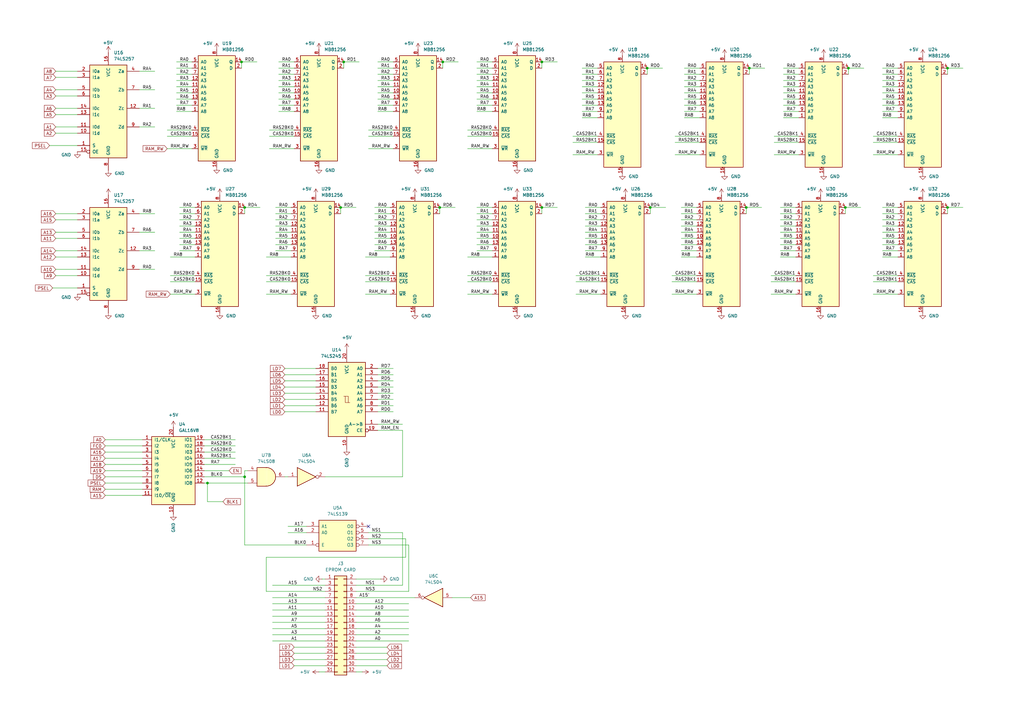
<source format=kicad_sch>
(kicad_sch (version 20250114) (generator "eeschema") (generator_version "9.0")
  (paper "A3")
  (title_block (title "CST Thor  - Clone/Upgrade for Sinclair QL") (date "2025-03-15") (rev "0,1") (company "(C) 2025 Alvaro Alea Fdz") (comment 1 "https://ohwr.org/cern_ohl_s_v2.txt") (comment 2 "CERN Open Hardware Licence Version 2 - Strongly Reciprocal") (comment 3 "Under License") (comment 4 "512Kb EXPASION MEMORY"))
  (junction (at 222.25 25.4))
  (junction (at 306.07 85.09))
  (junction (at 85.09 198.12))
  (junction (at 100.33 195.58))
  (junction (at 181.61 25.4))
  (junction (at 99.06 25.4))
  (junction (at 266.7 85.09))
  (junction (at 346.71 85.09))
  (junction (at 100.33 85.09))
  (junction (at 388.62 85.09))
  (junction (at 347.98 27.94))
  (junction (at 307.34 27.94))
  (junction (at 388.62 27.94))
  (junction (at 180.34 85.09))
  (junction (at 222.25 85.09))
  (junction (at 265.43 27.94))
  (junction (at 139.7 85.09))
  (junction (at 140.97 25.4))
  (no_connect (at 151.13 215.9))
  (wire (pts (xy 43.18 193.04) (xy 58.42 193.04)))
  (wire (pts (xy 146.05 275.59) (xy 148.59 275.59)))
  (wire (pts (xy 69.85 113.03) (xy 80.01 113.03)))
  (wire (pts (xy 276.86 55.88) (xy 287.02 55.88)))
  (wire (pts (xy 140.97 25.4) (xy 140.97 27.94)))
  (wire (pts (xy 234.95 58.42) (xy 245.11 58.42)))
  (wire (pts (xy 320.04 102.87) (xy 326.39 102.87)))
  (wire (pts (xy 346.71 85.09) (xy 353.06 85.09)))
  (wire (pts (xy 358.14 120.65) (xy 368.3 120.65)))
  (wire (pts (xy 317.5 63.5) (xy 327.66 63.5)))
  (wire (pts (xy 361.95 90.17) (xy 368.3 90.17)))
  (wire (pts (xy 113.03 90.17) (xy 119.38 90.17)))
  (wire (pts (xy 85.09 198.12) (xy 101.6 198.12)))
  (wire (pts (xy 129.54 158.75) (xy 116.84 158.75)))
  (wire (pts (xy 149.86 120.65) (xy 160.02 120.65)))
  (wire (pts (xy 68.58 60.96) (xy 78.74 60.96)))
  (wire (pts (xy 238.76 30.48) (xy 245.11 30.48)))
  (wire (pts (xy 69.85 115.57) (xy 80.01 115.57)))
  (wire (pts (xy 83.82 180.34) (xy 96.52 180.34)))
  (wire (pts (xy 83.82 182.88) (xy 96.52 182.88)))
  (wire (pts (xy 361.95 33.02) (xy 368.3 33.02)))
  (wire (pts (xy 191.77 113.03) (xy 201.93 113.03)))
  (wire (pts (xy 20.32 59.69) (xy 31.75 59.69)))
  (wire (pts (xy 316.23 115.57) (xy 326.39 115.57)))
  (wire (pts (xy 133.35 275.59) (xy 130.81 275.59)))
  (wire (pts (xy 358.14 58.42) (xy 368.3 58.42)))
  (wire (pts (xy 167.64 262.89) (xy 146.05 262.89)))
  (wire (pts (xy 72.39 33.02) (xy 78.74 33.02)))
  (wire (pts (xy 57.15 102.87) (xy 63.5 102.87)))
  (wire (pts (xy 195.58 30.48) (xy 201.93 30.48)))
  (wire (pts (xy 266.7 85.09) (xy 273.05 85.09)))
  (wire (pts (xy 72.39 40.64) (xy 78.74 40.64)))
  (wire (pts (xy 149.86 115.57) (xy 160.02 115.57)))
  (wire (pts (xy 191.77 105.41) (xy 201.93 105.41)))
  (wire (pts (xy 31.75 118.11) (xy 21.59 118.11)))
  (wire (pts (xy 280.67 33.02) (xy 287.02 33.02)))
  (wire (pts (xy 222.25 85.09) (xy 222.25 87.63)))
  (wire (pts (xy 347.98 27.94) (xy 354.33 27.94)))
  (wire (pts (xy 133.35 247.65) (xy 111.76 247.65)))
  (wire (pts (xy 280.67 38.1) (xy 287.02 38.1)))
  (wire (pts (xy 321.31 30.48) (xy 327.66 30.48)))
  (wire (pts (xy 22.86 39.37) (xy 31.75 39.37)))
  (wire (pts (xy 279.4 92.71) (xy 285.75 92.71)))
  (wire (pts (xy 22.86 95.25) (xy 31.75 95.25)))
  (wire (pts (xy 165.1 176.53) (xy 165.1 195.58)))
  (wire (pts (xy 361.95 35.56) (xy 368.3 35.56)))
  (wire (pts (xy 306.07 85.09) (xy 306.07 87.63)))
  (wire (pts (xy 22.86 52.07) (xy 31.75 52.07)))
  (wire (pts (xy 320.04 100.33) (xy 326.39 100.33)))
  (wire (pts (xy 234.95 63.5) (xy 245.11 63.5)))
  (wire (pts (xy 22.86 44.45) (xy 31.75 44.45)))
  (wire (pts (xy 153.67 102.87) (xy 160.02 102.87)))
  (wire (pts (xy 114.3 30.48) (xy 120.65 30.48)))
  (wire (pts (xy 154.94 166.37) (xy 161.29 166.37)))
  (wire (pts (xy 193.04 245.11) (xy 185.42 245.11)))
  (wire (pts (xy 154.94 43.18) (xy 161.29 43.18)))
  (wire (pts (xy 191.77 53.34) (xy 201.93 53.34)))
  (wire (pts (xy 158.75 273.05) (xy 146.05 273.05)))
  (wire (pts (xy 320.04 87.63) (xy 326.39 87.63)))
  (wire (pts (xy 57.15 87.63) (xy 63.5 87.63)))
  (wire (pts (xy 154.94 158.75) (xy 161.29 158.75)))
  (wire (pts (xy 100.33 223.52) (xy 125.73 223.52)))
  (wire (pts (xy 317.5 55.88) (xy 327.66 55.88)))
  (wire (pts (xy 114.3 40.64) (xy 120.65 40.64)))
  (wire (pts (xy 73.66 102.87) (xy 80.01 102.87)))
  (wire (pts (xy 43.18 180.34) (xy 58.42 180.34)))
  (wire (pts (xy 100.33 193.04) (xy 101.6 193.04)))
  (wire (pts (xy 358.14 113.03) (xy 368.3 113.03)))
  (wire (pts (xy 72.39 45.72) (xy 78.74 45.72)))
  (wire (pts (xy 361.95 92.71) (xy 368.3 92.71)))
  (wire (pts (xy 43.18 190.5) (xy 58.42 190.5)))
  (wire (pts (xy 151.13 55.88) (xy 161.29 55.88)))
  (wire (pts (xy 265.43 27.94) (xy 265.43 30.48)))
  (wire (pts (xy 320.04 95.25) (xy 326.39 95.25)))
  (wire (pts (xy 151.13 218.44) (xy 165.1 218.44)))
  (wire (pts (xy 361.95 48.26) (xy 368.3 48.26)))
  (wire (pts (xy 240.03 87.63) (xy 246.38 87.63)))
  (wire (pts (xy 238.76 43.18) (xy 245.11 43.18)))
  (wire (pts (xy 321.31 38.1) (xy 327.66 38.1)))
  (wire (pts (xy 129.54 156.21) (xy 116.84 156.21)))
  (wire (pts (xy 317.5 58.42) (xy 327.66 58.42)))
  (wire (pts (xy 181.61 25.4) (xy 187.96 25.4)))
  (wire (pts (xy 110.49 60.96) (xy 120.65 60.96)))
  (wire (pts (xy 158.75 270.51) (xy 146.05 270.51)))
  (wire (pts (xy 280.67 48.26) (xy 287.02 48.26)))
  (wire (pts (xy 57.15 29.21) (xy 63.5 29.21)))
  (wire (pts (xy 321.31 43.18) (xy 327.66 43.18)))
  (wire (pts (xy 167.64 257.81) (xy 146.05 257.81)))
  (wire (pts (xy 146.05 245.11) (xy 170.18 245.11)))
  (wire (pts (xy 361.95 105.41) (xy 368.3 105.41)))
  (wire (pts (xy 280.67 27.94) (xy 287.02 27.94)))
  (wire (pts (xy 236.22 115.57) (xy 246.38 115.57)))
  (wire (pts (xy 100.33 85.09) (xy 106.68 85.09)))
  (wire (pts (xy 321.31 48.26) (xy 327.66 48.26)))
  (wire (pts (xy 139.7 85.09) (xy 139.7 87.63)))
  (wire (pts (xy 129.54 163.83) (xy 116.84 163.83)))
  (wire (pts (xy 146.05 242.57) (xy 167.64 242.57)))
  (wire (pts (xy 321.31 45.72) (xy 327.66 45.72)))
  (wire (pts (xy 280.67 30.48) (xy 287.02 30.48)))
  (wire (pts (xy 276.86 58.42) (xy 287.02 58.42)))
  (wire (pts (xy 73.66 100.33) (xy 80.01 100.33)))
  (wire (pts (xy 279.4 102.87) (xy 285.75 102.87)))
  (wire (pts (xy 72.39 38.1) (xy 78.74 38.1)))
  (wire (pts (xy 275.59 115.57) (xy 285.75 115.57)))
  (wire (pts (xy 72.39 43.18) (xy 78.74 43.18)))
  (wire (pts (xy 133.35 273.05) (xy 120.65 273.05)))
  (wire (pts (xy 236.22 120.65) (xy 246.38 120.65)))
  (wire (pts (xy 240.03 90.17) (xy 246.38 90.17)))
  (wire (pts (xy 22.86 36.83) (xy 31.75 36.83)))
  (wire (pts (xy 22.86 105.41) (xy 31.75 105.41)))
  (wire (pts (xy 240.03 97.79) (xy 246.38 97.79)))
  (wire (pts (xy 154.94 151.13) (xy 161.29 151.13)))
  (wire (pts (xy 58.42 198.12) (xy 43.18 198.12)))
  (wire (pts (xy 43.18 182.88) (xy 58.42 182.88)))
  (wire (pts (xy 347.98 27.94) (xy 347.98 30.48)))
  (wire (pts (xy 154.94 25.4) (xy 161.29 25.4)))
  (wire (pts (xy 109.22 120.65) (xy 119.38 120.65)))
  (wire (pts (xy 113.03 92.71) (xy 119.38 92.71)))
  (wire (pts (xy 114.3 33.02) (xy 120.65 33.02)))
  (wire (pts (xy 68.58 55.88) (xy 78.74 55.88)))
  (wire (pts (xy 307.34 27.94) (xy 307.34 30.48)))
  (wire (pts (xy 195.58 90.17) (xy 201.93 90.17)))
  (wire (pts (xy 388.62 85.09) (xy 394.97 85.09)))
  (wire (pts (xy 158.75 267.97) (xy 146.05 267.97)))
  (wire (pts (xy 72.39 27.94) (xy 78.74 27.94)))
  (wire (pts (xy 279.4 100.33) (xy 285.75 100.33)))
  (wire (pts (xy 154.94 33.02) (xy 161.29 33.02)))
  (wire (pts (xy 72.39 30.48) (xy 78.74 30.48)))
  (wire (pts (xy 236.22 113.03) (xy 246.38 113.03)))
  (wire (pts (xy 133.35 270.51) (xy 120.65 270.51)))
  (wire (pts (xy 114.3 25.4) (xy 120.65 25.4)))
  (wire (pts (xy 151.13 220.98) (xy 166.37 220.98)))
  (wire (pts (xy 361.95 40.64) (xy 368.3 40.64)))
  (wire (pts (xy 275.59 120.65) (xy 285.75 120.65)))
  (wire (pts (xy 57.15 110.49) (xy 63.5 110.49)))
  (wire (pts (xy 140.97 25.4) (xy 147.32 25.4)))
  (wire (pts (xy 149.86 113.03) (xy 160.02 113.03)))
  (wire (pts (xy 191.77 120.65) (xy 201.93 120.65)))
  (wire (pts (xy 195.58 85.09) (xy 201.93 85.09)))
  (wire (pts (xy 320.04 85.09) (xy 326.39 85.09)))
  (wire (pts (xy 22.86 87.63) (xy 31.75 87.63)))
  (wire (pts (xy 69.85 120.65) (xy 80.01 120.65)))
  (wire (pts (xy 358.14 55.88) (xy 368.3 55.88)))
  (wire (pts (xy 100.33 195.58) (xy 100.33 223.52)))
  (wire (pts (xy 165.1 218.44) (xy 165.1 240.03)))
  (wire (pts (xy 265.43 27.94) (xy 271.78 27.94)))
  (wire (pts (xy 22.86 90.17) (xy 31.75 90.17)))
  (wire (pts (xy 167.64 223.52) (xy 167.64 242.57)))
  (wire (pts (xy 133.35 262.89) (xy 111.76 262.89)))
  (wire (pts (xy 113.03 87.63) (xy 119.38 87.63)))
  (wire (pts (xy 57.15 36.83) (xy 63.5 36.83)))
  (wire (pts (xy 149.86 105.41) (xy 160.02 105.41)))
  (wire (pts (xy 132.08 237.49) (xy 133.35 237.49)))
  (wire (pts (xy 109.22 113.03) (xy 119.38 113.03)))
  (wire (pts (xy 316.23 113.03) (xy 326.39 113.03)))
  (wire (pts (xy 118.11 215.9) (xy 125.73 215.9)))
  (wire (pts (xy 238.76 38.1) (xy 245.11 38.1)))
  (wire (pts (xy 83.82 185.42) (xy 96.52 185.42)))
  (wire (pts (xy 388.62 85.09) (xy 388.62 87.63)))
  (wire (pts (xy 114.3 45.72) (xy 120.65 45.72)))
  (wire (pts (xy 320.04 90.17) (xy 326.39 90.17)))
  (wire (pts (xy 109.22 242.57) (xy 109.22 228.6)))
  (wire (pts (xy 195.58 25.4) (xy 201.93 25.4)))
  (wire (pts (xy 129.54 151.13) (xy 116.84 151.13)))
  (wire (pts (xy 133.35 195.58) (xy 165.1 195.58)))
  (wire (pts (xy 195.58 43.18) (xy 201.93 43.18)))
  (wire (pts (xy 73.66 97.79) (xy 80.01 97.79)))
  (wire (pts (xy 180.34 85.09) (xy 186.69 85.09)))
  (wire (pts (xy 69.85 105.41) (xy 80.01 105.41)))
  (wire (pts (xy 195.58 87.63) (xy 201.93 87.63)))
  (wire (pts (xy 361.95 102.87) (xy 368.3 102.87)))
  (wire (pts (xy 83.82 187.96) (xy 96.52 187.96)))
  (wire (pts (xy 361.95 38.1) (xy 368.3 38.1)))
  (wire (pts (xy 57.15 52.07) (xy 63.5 52.07)))
  (wire (pts (xy 22.86 54.61) (xy 31.75 54.61)))
  (wire (pts (xy 43.18 203.2) (xy 58.42 203.2)))
  (wire (pts (xy 279.4 95.25) (xy 285.75 95.25)))
  (wire (pts (xy 133.35 267.97) (xy 120.65 267.97)))
  (wire (pts (xy 153.67 97.79) (xy 160.02 97.79)))
  (wire (pts (xy 151.13 223.52) (xy 167.64 223.52)))
  (wire (pts (xy 158.75 265.43) (xy 146.05 265.43)))
  (wire (pts (xy 320.04 105.41) (xy 326.39 105.41)))
  (wire (pts (xy 316.23 120.65) (xy 326.39 120.65)))
  (wire (pts (xy 156.21 237.49) (xy 146.05 237.49)))
  (wire (pts (xy 320.04 97.79) (xy 326.39 97.79)))
  (wire (pts (xy 238.76 33.02) (xy 245.11 33.02)))
  (wire (pts (xy 73.66 87.63) (xy 80.01 87.63)))
  (wire (pts (xy 83.82 198.12) (xy 85.09 198.12)))
  (wire (pts (xy 195.58 102.87) (xy 201.93 102.87)))
  (wire (pts (xy 154.94 161.29) (xy 161.29 161.29)))
  (wire (pts (xy 154.94 40.64) (xy 161.29 40.64)))
  (wire (pts (xy 153.67 100.33) (xy 160.02 100.33)))
  (wire (pts (xy 43.18 200.66) (xy 58.42 200.66)))
  (wire (pts (xy 154.94 176.53) (xy 165.1 176.53)))
  (wire (pts (xy 118.11 195.58) (xy 116.84 195.58)))
  (wire (pts (xy 100.33 195.58) (xy 100.33 193.04)))
  (wire (pts (xy 280.67 43.18) (xy 287.02 43.18)))
  (wire (pts (xy 85.09 205.74) (xy 91.44 205.74)))
  (wire (pts (xy 361.95 45.72) (xy 368.3 45.72)))
  (wire (pts (xy 114.3 35.56) (xy 120.65 35.56)))
  (wire (pts (xy 85.09 198.12) (xy 85.09 205.74)))
  (wire (pts (xy 113.03 95.25) (xy 119.38 95.25)))
  (wire (pts (xy 321.31 40.64) (xy 327.66 40.64)))
  (wire (pts (xy 195.58 35.56) (xy 201.93 35.56)))
  (wire (pts (xy 280.67 35.56) (xy 287.02 35.56)))
  (wire (pts (xy 133.35 255.27) (xy 111.76 255.27)))
  (wire (pts (xy 275.59 113.03) (xy 285.75 113.03)))
  (wire (pts (xy 320.04 92.71) (xy 326.39 92.71)))
  (wire (pts (xy 346.71 85.09) (xy 346.71 87.63)))
  (wire (pts (xy 109.22 115.57) (xy 119.38 115.57)))
  (wire (pts (xy 73.66 92.71) (xy 80.01 92.71)))
  (wire (pts (xy 139.7 85.09) (xy 146.05 85.09)))
  (wire (pts (xy 22.86 102.87) (xy 31.75 102.87)))
  (wire (pts (xy 191.77 55.88) (xy 201.93 55.88)))
  (wire (pts (xy 72.39 35.56) (xy 78.74 35.56)))
  (wire (pts (xy 153.67 87.63) (xy 160.02 87.63)))
  (wire (pts (xy 358.14 63.5) (xy 368.3 63.5)))
  (wire (pts (xy 276.86 63.5) (xy 287.02 63.5)))
  (wire (pts (xy 238.76 35.56) (xy 245.11 35.56)))
  (wire (pts (xy 111.76 240.03) (xy 133.35 240.03)))
  (wire (pts (xy 195.58 100.33) (xy 201.93 100.33)))
  (wire (pts (xy 146.05 252.73) (xy 167.64 252.73)))
  (wire (pts (xy 154.94 27.94) (xy 161.29 27.94)))
  (wire (pts (xy 195.58 40.64) (xy 201.93 40.64)))
  (wire (pts (xy 43.18 187.96) (xy 58.42 187.96)))
  (wire (pts (xy 238.76 40.64) (xy 245.11 40.64)))
  (wire (pts (xy 114.3 38.1) (xy 120.65 38.1)))
  (wire (pts (xy 129.54 168.91) (xy 116.84 168.91)))
  (wire (pts (xy 240.03 100.33) (xy 246.38 100.33)))
  (wire (pts (xy 146.05 240.03) (xy 165.1 240.03)))
  (wire (pts (xy 191.77 60.96) (xy 201.93 60.96)))
  (wire (pts (xy 153.67 85.09) (xy 160.02 85.09)))
  (wire (pts (xy 83.82 190.5) (xy 96.52 190.5)))
  (wire (pts (xy 240.03 102.87) (xy 246.38 102.87)))
  (wire (pts (xy 151.13 53.34) (xy 161.29 53.34)))
  (wire (pts (xy 146.05 247.65) (xy 167.64 247.65)))
  (wire (pts (xy 22.86 97.79) (xy 31.75 97.79)))
  (wire (pts (xy 195.58 33.02) (xy 201.93 33.02)))
  (wire (pts (xy 361.95 95.25) (xy 368.3 95.25)))
  (wire (pts (xy 279.4 90.17) (xy 285.75 90.17)))
  (wire (pts (xy 280.67 40.64) (xy 287.02 40.64)))
  (wire (pts (xy 280.67 45.72) (xy 287.02 45.72)))
  (wire (pts (xy 361.95 43.18) (xy 368.3 43.18)))
  (wire (pts (xy 118.11 218.44) (xy 125.73 218.44)))
  (wire (pts (xy 114.3 43.18) (xy 120.65 43.18)))
  (wire (pts (xy 57.15 95.25) (xy 63.5 95.25)))
  (wire (pts (xy 111.76 252.73) (xy 133.35 252.73)))
  (wire (pts (xy 279.4 97.79) (xy 285.75 97.79)))
  (wire (pts (xy 73.66 85.09) (xy 80.01 85.09)))
  (wire (pts (xy 238.76 27.94) (xy 245.11 27.94)))
  (wire (pts (xy 22.86 31.75) (xy 31.75 31.75)))
  (wire (pts (xy 321.31 27.94) (xy 327.66 27.94)))
  (wire (pts (xy 361.95 27.94) (xy 368.3 27.94)))
  (wire (pts (xy 22.86 110.49) (xy 31.75 110.49)))
  (wire (pts (xy 166.37 228.6) (xy 166.37 220.98)))
  (wire (pts (xy 361.95 87.63) (xy 368.3 87.63)))
  (wire (pts (xy 154.94 173.99) (xy 165.1 173.99)))
  (wire (pts (xy 240.03 105.41) (xy 246.38 105.41)))
  (wire (pts (xy 154.94 168.91) (xy 161.29 168.91)))
  (wire (pts (xy 109.22 242.57) (xy 133.35 242.57)))
  (wire (pts (xy 154.94 163.83) (xy 161.29 163.83)))
  (wire (pts (xy 306.07 85.09) (xy 312.42 85.09)))
  (wire (pts (xy 195.58 38.1) (xy 201.93 38.1)))
  (wire (pts (xy 181.61 25.4) (xy 181.61 27.94)))
  (wire (pts (xy 195.58 45.72) (xy 201.93 45.72)))
  (wire (pts (xy 167.64 260.35) (xy 146.05 260.35)))
  (wire (pts (xy 266.7 85.09) (xy 266.7 87.63)))
  (wire (pts (xy 43.18 195.58) (xy 58.42 195.58)))
  (wire (pts (xy 73.66 90.17) (xy 80.01 90.17)))
  (wire (pts (xy 113.03 102.87) (xy 119.38 102.87)))
  (wire (pts (xy 109.22 105.41) (xy 119.38 105.41)))
  (wire (pts (xy 129.54 153.67) (xy 116.84 153.67)))
  (wire (pts (xy 151.13 60.96) (xy 161.29 60.96)))
  (wire (pts (xy 240.03 95.25) (xy 246.38 95.25)))
  (wire (pts (xy 57.15 44.45) (xy 63.5 44.45)))
  (wire (pts (xy 361.95 100.33) (xy 368.3 100.33)))
  (wire (pts (xy 154.94 38.1) (xy 161.29 38.1)))
  (wire (pts (xy 154.94 35.56) (xy 161.29 35.56)))
  (wire (pts (xy 83.82 195.58) (xy 100.33 195.58)))
  (wire (pts (xy 146.05 255.27) (xy 167.64 255.27)))
  (wire (pts (xy 195.58 97.79) (xy 201.93 97.79)))
  (wire (pts (xy 234.95 55.88) (xy 245.11 55.88)))
  (wire (pts (xy 222.25 25.4) (xy 222.25 27.94)))
  (wire (pts (xy 99.06 25.4) (xy 105.41 25.4)))
  (wire (pts (xy 222.25 25.4) (xy 228.6 25.4)))
  (wire (pts (xy 113.03 85.09) (xy 119.38 85.09)))
  (wire (pts (xy 279.4 87.63) (xy 285.75 87.63)))
  (wire (pts (xy 113.03 100.33) (xy 119.38 100.33)))
  (wire (pts (xy 238.76 45.72) (xy 245.11 45.72)))
  (wire (pts (xy 240.03 85.09) (xy 246.38 85.09)))
  (wire (pts (xy 154.94 156.21) (xy 161.29 156.21)))
  (wire (pts (xy 129.54 166.37) (xy 116.84 166.37)))
  (wire (pts (xy 388.62 27.94) (xy 394.97 27.94)))
  (wire (pts (xy 180.34 85.09) (xy 180.34 87.63)))
  (wire (pts (xy 307.34 27.94) (xy 313.69 27.94)))
  (wire (pts (xy 358.14 115.57) (xy 368.3 115.57)))
  (wire (pts (xy 153.67 92.71) (xy 160.02 92.71)))
  (wire (pts (xy 195.58 92.71) (xy 201.93 92.71)))
  (wire (pts (xy 129.54 161.29) (xy 116.84 161.29)))
  (wire (pts (xy 361.95 97.79) (xy 368.3 97.79)))
  (wire (pts (xy 113.03 97.79) (xy 119.38 97.79)))
  (wire (pts (xy 43.18 185.42) (xy 58.42 185.42)))
  (wire (pts (xy 154.94 153.67) (xy 161.29 153.67)))
  (wire (pts (xy 133.35 260.35) (xy 111.76 260.35)))
  (wire (pts (xy 321.31 33.02) (xy 327.66 33.02)))
  (wire (pts (xy 72.39 25.4) (xy 78.74 25.4)))
  (wire (pts (xy 22.86 46.99) (xy 31.75 46.99)))
  (wire (pts (xy 83.82 193.04) (xy 93.98 193.04)))
  (wire (pts (xy 133.35 257.81) (xy 111.76 257.81)))
  (wire (pts (xy 22.86 113.03) (xy 31.75 113.03)))
  (wire (pts (xy 279.4 85.09) (xy 285.75 85.09)))
  (wire (pts (xy 100.33 85.09) (xy 100.33 87.63)))
  (wire (pts (xy 153.67 95.25) (xy 160.02 95.25)))
  (wire (pts (xy 154.94 45.72) (xy 161.29 45.72)))
  (wire (pts (xy 279.4 105.41) (xy 285.75 105.41)))
  (wire (pts (xy 238.76 48.26) (xy 245.11 48.26)))
  (wire (pts (xy 222.25 85.09) (xy 228.6 85.09)))
  (wire (pts (xy 240.03 92.71) (xy 246.38 92.71)))
  (wire (pts (xy 321.31 35.56) (xy 327.66 35.56)))
  (wire (pts (xy 361.95 30.48) (xy 368.3 30.48)))
  (wire (pts (xy 195.58 95.25) (xy 201.93 95.25)))
  (wire (pts (xy 111.76 245.11) (xy 133.35 245.11)))
  (wire (pts (xy 110.49 53.34) (xy 120.65 53.34)))
  (wire (pts (xy 133.35 265.43) (xy 120.65 265.43)))
  (wire (pts (xy 388.62 27.94) (xy 388.62 30.48)))
  (wire (pts (xy 22.86 29.21) (xy 31.75 29.21)))
  (wire (pts (xy 68.58 53.34) (xy 78.74 53.34)))
  (wire (pts (xy 110.49 55.88) (xy 120.65 55.88)))
  (wire (pts (xy 109.22 228.6) (xy 166.37 228.6)))
  (wire (pts (xy 146.05 250.19) (xy 167.64 250.19)))
  (wire (pts (xy 191.77 115.57) (xy 201.93 115.57)))
  (wire (pts (xy 99.06 25.4) (xy 99.06 27.94)))
  (wire (pts (xy 73.66 95.25) (xy 80.01 95.25)))
  (wire (pts (xy 154.94 30.48) (xy 161.29 30.48)))
  (wire (pts (xy 111.76 250.19) (xy 133.35 250.19)))
  (wire (pts (xy 361.95 85.09) (xy 368.3 85.09)))
  (wire (pts (xy 153.67 90.17) (xy 160.02 90.17)))
  (wire (pts (xy 195.58 27.94) (xy 201.93 27.94)))
  (wire (pts (xy 114.3 27.94) (xy 120.65 27.94)))
  (label "RD0" (at 100.33 25.4 0))
  (label "RAS2BK1" (at 276.86 115.57 0))
  (label "NS1" (at 152.4 218.44 0))
  (label "RA5" (at 241.3 97.79 0))
  (label "RAM_RW" (at 317.5 120.65 0))
  (label "A15" (at 121.92 240.03 180))
  (label "RA1" (at 115.57 27.94 0))
  (label "RA1" (at 73.66 27.94 0))
  (label "CAS2BK0" (at 152.4 55.88 0))
  (label "RA6" (at 114.3 100.33 0))
  (label "RA8" (at 361.95 48.26 0))
  (label "RAS2BK0" (at 111.76 53.34 0))
  (label "CAS2BK1" (at 318.77 55.88 0))
  (label "CAS2BK0" (at 86.36 185.42 0))
  (label "RA2" (at 363.22 33.02 0))
  (label "RA0" (at 196.85 85.09 0))
  (label "RD4" (at 101.6 85.09 0))
  (label "RD1" (at 142.24 25.4 0))
  (label "RA7" (at 321.31 102.87 0))
  (label "RA3" (at 240.03 35.56 0))
  (label "RAS2BK1" (at 318.77 58.42 0))
  (label "RA5" (at 280.67 97.79 0))
  (label "CAS2BK1" (at 86.36 180.34 0))
  (label "RA2" (at 114.3 90.17 0))
  (label "RA5" (at 321.31 97.79 0))
  (label "RA4" (at 196.85 35.56 0))
  (label "RA5" (at 196.85 97.79 0))
  (label "RA7" (at 73.66 43.18 0))
  (label "RA8" (at 115.57 45.72 0))
  (label "RD7" (at 389.89 85.09 0))
  (label "RA8" (at 280.67 48.26 0))
  (label "RA0" (at 241.3 85.09 0))
  (label "RA8" (at 71.12 105.41 0))
  (label "CAS2BK1" (at 359.41 113.03 0))
  (label "RD3" (at 389.89 27.94 0))
  (label "RA2" (at 241.3 90.17 0))
  (label "RA1" (at 322.58 30.48 0))
  (label "RA1" (at 74.93 87.63 0))
  (label "A15'" (at 147.32 245.11 0))
  (label "RA1" (at 58.42 44.45 0))
  (label "RA2" (at 322.58 33.02 0))
  (label "RAM_RW" (at 237.49 120.65 0))
  (label "RA0" (at 154.94 85.09 0))
  (label "RAS2BK0" (at 193.04 53.34 0))
  (label "RA2" (at 196.85 30.48 0))
  (label "RA6" (at 240.03 43.18 0))
  (label "RA1" (at 241.3 87.63 0))
  (label "RAS2BK1" (at 86.36 187.96 0))
  (label "A12" (at 153.67 247.65 0))
  (label "NS2" (at 152.4 220.98 0))
  (label "A6" (at 153.67 255.27 0))
  (label "RAS2BK1" (at 359.41 58.42 0))
  (label "RA7" (at 322.58 45.72 0))
  (label "RA0" (at 74.93 85.09 0))
  (label "RA7" (at 86.36 190.5 0))
  (label "RA3" (at 154.94 92.71 0))
  (label "RAS2BK1" (at 237.49 115.57 0))
  (label "RAM_RW" (at 193.04 120.65 0))
  (label "RA2" (at 156.21 30.48 0))
  (label "RAM_RW" (at 71.12 120.65 0))
  (label "RAS2BK1" (at 236.22 58.42 0))
  (label "CAS2BK1" (at 317.5 113.03 0))
  (label "RA3" (at 196.85 92.71 0))
  (label "A3" (at 121.92 260.35 180))
  (label "RA5" (at 74.93 97.79 0))
  (label "CAS2BK0" (at 69.85 55.88 0))
  (label "RA1" (at 363.22 30.48 0))
  (label "CAS2BK0" (at 193.04 115.57 0))
  (label "RA5" (at 114.3 97.79 0))
  (label "RA5" (at 322.58 40.64 0))
  (label "RA4" (at 115.57 35.56 0))
  (label "RA3" (at 156.21 33.02 0))
  (label "RA0" (at 196.85 25.4 0))
  (label "RA5" (at 240.03 40.64 0))
  (label "RA7" (at 241.3 102.87 0))
  (label "RA2" (at 240.03 33.02 0))
  (label "RA4" (at 154.94 95.25 0))
  (label "RA8" (at 321.31 48.26 0))
  (label "RA0" (at 321.31 85.09 0))
  (label "RA8" (at 154.94 45.72 0))
  (label "RA3" (at 73.66 33.02 0))
  (label "RA0" (at 280.67 85.09 0))
  (label "RA4" (at 196.85 95.25 0))
  (label "RA1" (at 281.94 30.48 0))
  (label "RA5" (at 281.94 40.64 0))
  (label "A8" (at 153.67 252.73 0))
  (label "A13" (at 121.92 247.65 180))
  (label "RA7" (at 281.94 45.72 0))
  (label "RA6" (at 74.93 100.33 0))
  (label "RA8" (at 240.03 105.41 0))
  (label "RA6" (at 241.3 100.33 0))
  (label "RA3" (at 196.85 33.02 0))
  (label "NS3" (at 149.86 242.57 0))
  (label "RA6" (at 363.22 100.33 0))
  (label "RAS2BK1" (at 278.13 58.42 0))
  (label "RD2" (at 156.21 163.83 0))
  (label "RAS2BK0" (at 71.12 113.03 0))
  (label "RA4" (at 281.94 38.1 0))
  (label "RA6" (at 363.22 43.18 0))
  (label "RA1" (at 156.21 27.94 0))
  (label "RA0" (at 114.3 85.09 0))
  (label "RD2" (at 182.88 25.4 0))
  (label "RA0" (at 363.22 27.94 0))
  (label "RA2" (at 363.22 90.17 0))
  (label "RD6" (at 181.61 85.09 0))
  (label "RAS2BK0" (at 152.4 53.34 0))
  (label "RAS2BK0" (at 110.49 113.03 0))
  (label "RA6" (at 280.67 100.33 0))
  (label "CAS2BK1" (at 237.49 113.03 0))
  (label "RA2" (at 58.42 52.07 0))
  (label "RD7" (at 156.21 151.13 0))
  (label "RAM_RW" (at 359.41 63.5 0))
  (label "RA5" (at 58.42 36.83 0))
  (label "RAM_RW" (at 110.49 120.65 0))
  (label "RA8" (at 72.39 45.72 0))
  (label "RA2" (at 74.93 90.17 0))
  (label "NS3" (at 152.4 223.52 0))
  (label "A1" (at 121.92 262.89 180))
  (label "RA1" (at 154.94 87.63 0))
  (label "CAS2BK1" (at 236.22 55.88 0))
  (label "RD7" (at 223.52 85.09 0))
  (label "RA6" (at 321.31 100.33 0))
  (label "RA2" (at 280.67 90.17 0))
  (label "RAM_RW" (at 318.77 63.5 0))
  (label "RA7" (at 115.57 43.18 0))
  (label "CAS2BK1" (at 276.86 113.03 0))
  (label "RAM_RW" (at 152.4 60.96 0))
  (label "RD2" (at 349.25 27.94 0))
  (label "RA4" (at 73.66 35.56 0))
  (label "RA2" (at 281.94 33.02 0))
  (label "NS1" (at 149.86 240.03 0))
  (label "RA3" (at 322.58 35.56 0))
  (label "A2" (at 153.67 260.35 0))
  (label "RA0" (at 115.57 25.4 0))
  (label "RD3" (at 223.52 25.4 0))
  (label "RA8" (at 110.49 105.41 0))
  (label "RA6" (at 322.58 43.18 0))
  (label "RA0" (at 156.21 25.4 0))
  (label "RA4" (at 241.3 95.25 0))
  (label "RA0" (at 281.94 27.94 0))
  (label "RAM_RW" (at 156.21 173.99 0))
  (label "RA7" (at 114.3 102.87 0))
  (label "A7" (at 121.92 255.27 180))
  (label "RA6" (at 154.94 100.33 0))
  (label "CAS2BK0" (at 193.04 55.88 0))
  (label "RA4" (at 74.93 95.25 0))
  (label "RA4" (at 363.22 95.25 0))
  (label "RD5" (at 156.21 156.21 0))
  (label "A16" (at 124.46 218.44 180))
  (label "RA2" (at 73.66 30.48 0))
  (label "RA3" (at 363.22 35.56 0))
  (label "BLK0" (at 86.36 195.58 0))
  (label "RA6" (at 196.85 40.64 0))
  (label "RA3" (at 115.57 33.02 0))
  (label "RD4" (at 266.7 85.09 0))
  (label "RA6" (at 58.42 95.25 0))
  (label "RA8" (at 320.04 105.41 0))
  (label "RA8" (at 361.95 105.41 0))
  (label "RA2" (at 154.94 90.17 0))
  (label "RA3" (at 241.3 92.71 0))
  (label "RA7" (at 154.94 102.87 0))
  (label "RAM_RW" (at 69.85 60.96 0))
  (label "CAS2BK0" (at 151.13 115.57 0))
  (label "RA8" (at 195.58 45.72 0))
  (label "RA1" (at 196.85 27.94 0))
  (label "RA2" (at 196.85 90.17 0))
  (label "RAM_EN" (at 156.21 176.53 0))
  (label "RAS2BK1" (at 317.5 115.57 0))
  (label "RA3" (at 280.67 92.71 0))
  (label "NS2" (at 128.27 242.57 0))
  (label "RD4" (at 156.21 158.75 0))
  (label "RA5" (at 363.22 97.79 0))
  (label "RA7" (at 74.93 102.87 0))
  (label "RAS2BK0" (at 86.36 182.88 0))
  (label "RA7" (at 196.85 43.18 0))
  (label "RAM_RW" (at 111.76 60.96 0))
  (label "RA0" (at 322.58 27.94 0))
  (label "RA4" (at 322.58 38.1 0))
  (label "RD6" (at 156.21 153.67 0))
  (label "RA5" (at 156.21 38.1 0))
  (label "RA7" (at 280.67 102.87 0))
  (label "RAM_RW" (at 359.41 120.65 0))
  (label "RA3" (at 58.42 102.87 0))
  (label "RA8" (at 193.04 105.41 0))
  (label "RA4" (at 280.67 95.25 0))
  (label "RA4" (at 363.22 38.1 0))
  (label "RA0" (at 58.42 110.49 0))
  (label "RAM_RW" (at 276.86 120.65 0))
  (label "RAM_RW" (at 278.13 63.5 0))
  (label "RA1" (at 280.67 87.63 0))
  (label "CAS2BK1" (at 359.41 55.88 0))
  (label "RA4" (at 156.21 35.56 0))
  (label "RA5" (at 154.94 97.79 0))
  (label "RA5" (at 196.85 38.1 0))
  (label "RA3" (at 74.93 92.71 0))
  (label "RAS2BK0" (at 151.13 113.03 0))
  (label "RA7" (at 196.85 102.87 0))
  (label "RAS2BK1" (at 359.41 115.57 0))
  (label "RD1" (at 308.61 27.94 0))
  (label "RA7" (at 363.22 45.72 0))
  (label "RA4" (at 58.42 29.21 0))
  (label "A5" (at 121.92 257.81 180))
  (label "A10" (at 153.67 250.19 0))
  (label "RA0" (at 73.66 25.4 0))
  (label "RA4" (at 114.3 95.25 0))
  (label "A0" (at 153.67 262.89 0))
  (label "RA1" (at 363.22 87.63 0))
  (label "RA6" (at 115.57 40.64 0))
  (label "RA3" (at 321.31 92.71 0))
  (label "A17" (at 124.46 215.9 180))
  (label "CAS2BK1" (at 278.13 55.88 0))
  (label "A11" (at 121.92 250.19 180))
  (label "A14" (at 121.92 245.11 180))
  (label "RA3" (at 281.94 35.56 0))
  (label "RD0" (at 266.7 27.94 0))
  (label "RA0" (at 363.22 85.09 0))
  (label "RAS2BK0" (at 193.04 113.03 0))
  (label "RA1" (at 321.31 87.63 0))
  (label "RA6" (at 73.66 40.64 0))
  (label "RA8" (at 151.13 105.41 0))
  (label "RA6" (at 156.21 40.64 0))
  (label "RA8" (at 238.76 48.26 0))
  (label "RA7" (at 363.22 102.87 0))
  (label "RA2" (at 115.57 30.48 0))
  (label "RD1" (at 156.21 166.37 0))
  (label "RA6" (at 281.94 43.18 0))
  (label "RA3" (at 363.22 92.71 0))
  (label "RA5" (at 115.57 38.1 0))
  (label "CAS2BK0" (at 71.12 115.57 0))
  (label "RA8" (at 279.4 105.41 0))
  (label "RA4" (at 240.03 38.1 0))
  (label "RA5" (at 363.22 40.64 0))
  (label "CAS2BK0" (at 111.76 55.88 0))
  (label "RA2" (at 321.31 90.17 0))
  (label "RA7" (at 240.03 45.72 0))
  (label "RA4" (at 321.31 95.25 0))
  (label "RD5" (at 140.97 85.09 0))
  (label "RAM_RW" (at 151.13 120.65 0))
  (label "RA1" (at 114.3 87.63 0))
  (label "RD3" (at 156.21 161.29 0))
  (label "RA6" (at 196.85 100.33 0))
  (label "A9" (at 121.92 252.73 180))
  (label "RA7" (at 156.21 43.18 0))
  (label "RA3" (at 114.3 92.71 0))
  (label "RAS2BK0" (at 69.85 53.34 0))
  (label "RAM_RW" (at 236.22 63.5 0))
  (label "RA0" (at 240.03 27.94 0))
  (label "RA8" (at 58.42 87.63 0))
  (label "BLK0" (at 120.65 223.52 0))
  (label "RD6" (at 347.98 85.09 0))
  (label "RD0" (at 156.21 168.91 0))
  (label "A4" (at 153.67 257.81 0))
  (label "RA5" (at 73.66 38.1 0))
  (label "RA1" (at 240.03 30.48 0))
  (label "RD5" (at 307.34 85.09 0))
  (label "RA1" (at 196.85 87.63 0))
  (label "RAM_RW" (at 193.04 60.96 0))
  (label "CAS2BK0" (at 110.49 115.57 0))
  (global_label "LD4" (shape input) (at 158.75 267.97 0) (property "Intersheetrefs" "${INTERSHEET_REFS}" (effects (hide yes))))
  (global_label "LD7" (shape input) (at 116.84 151.13 180) (property "Intersheetrefs" "${INTERSHEET_REFS}" (effects (hide yes))))
  (global_label "LD6" (shape input) (at 116.84 153.67 180) (property "Intersheetrefs" "${INTERSHEET_REFS}" (effects (hide yes))))
  (global_label "A15" (shape input) (at 43.18 203.2 180) (property "Intersheetrefs" "${INTERSHEET_REFS}" (effects (hide yes))))
  (global_label "A16" (shape input) (at 22.86 87.63 180) (property "Intersheetrefs" "${INTERSHEET_REFS}" (effects (hide yes))))
  (global_label "DS" (shape input) (at 43.18 195.58 180) (property "Intersheetrefs" "${INTERSHEET_REFS}" (effects (hide yes))))
  (global_label "LD4" (shape input) (at 116.84 158.75 180) (property "Intersheetrefs" "${INTERSHEET_REFS}" (effects (hide yes))))
  (global_label "LD0" (shape input) (at 116.84 168.91 180) (property "Intersheetrefs" "${INTERSHEET_REFS}" (effects (hide yes))))
  (global_label "LD1" (shape input) (at 120.65 273.05 180) (property "Intersheetrefs" "${INTERSHEET_REFS}" (effects (hide yes))))
  (global_label "PSEL" (shape input) (at 43.18 198.12 180) (property "Intersheetrefs" "${INTERSHEET_REFS}" (effects (hide yes))))
  (global_label "RAM_RW" (shape input) (at 69.85 120.65 180) (property "Intersheetrefs" "${INTERSHEET_REFS}" (effects (hide yes))))
  (global_label "A3" (shape input) (at 22.86 39.37 180) (property "Intersheetrefs" "${INTERSHEET_REFS}" (effects (hide yes))))
  (global_label "RAM_RW" (shape input) (at 68.58 60.96 180) (property "Intersheetrefs" "${INTERSHEET_REFS}" (effects (hide yes))))
  (global_label "A2" (shape input) (at 22.86 54.61 180) (property "Intersheetrefs" "${INTERSHEET_REFS}" (effects (hide yes))))
  (global_label "LD6" (shape input) (at 158.75 265.43 0) (property "Intersheetrefs" "${INTERSHEET_REFS}" (effects (hide yes))))
  (global_label "A8" (shape input) (at 22.86 29.21 180) (property "Intersheetrefs" "${INTERSHEET_REFS}" (effects (hide yes))))
  (global_label "LD3" (shape input) (at 120.65 270.51 180) (property "Intersheetrefs" "${INTERSHEET_REFS}" (effects (hide yes))))
  (global_label "FC0" (shape input) (at 43.18 182.88 180) (property "Intersheetrefs" "${INTERSHEET_REFS}" (effects (hide yes))))
  (global_label "A15" (shape input) (at 193.04 245.11 0) (property "Intersheetrefs" "${INTERSHEET_REFS}" (effects (hide yes))))
  (global_label "A17" (shape input) (at 43.18 187.96 180) (property "Intersheetrefs" "${INTERSHEET_REFS}" (effects (hide yes))))
  (global_label "A11" (shape input) (at 22.86 97.79 180) (property "Intersheetrefs" "${INTERSHEET_REFS}" (effects (hide yes))))
  (global_label "A7" (shape input) (at 22.86 31.75 180) (property "Intersheetrefs" "${INTERSHEET_REFS}" (effects (hide yes))))
  (global_label "A13" (shape input) (at 22.86 95.25 180) (property "Intersheetrefs" "${INTERSHEET_REFS}" (effects (hide yes))))
  (global_label "A6" (shape input) (at 22.86 44.45 180) (property "Intersheetrefs" "${INTERSHEET_REFS}" (effects (hide yes))))
  (global_label "A1" (shape input) (at 22.86 52.07 180) (property "Intersheetrefs" "${INTERSHEET_REFS}" (effects (hide yes))))
  (global_label "A19" (shape input) (at 43.18 193.04 180) (property "Intersheetrefs" "${INTERSHEET_REFS}" (effects (hide yes))))
  (global_label "LD3" (shape input) (at 116.84 161.29 180) (property "Intersheetrefs" "${INTERSHEET_REFS}" (effects (hide yes))))
  (global_label "A4" (shape input) (at 22.86 36.83 180) (property "Intersheetrefs" "${INTERSHEET_REFS}" (effects (hide yes))))
  (global_label "LD0" (shape input) (at 158.75 273.05 0) (property "Intersheetrefs" "${INTERSHEET_REFS}" (effects (hide yes))))
  (global_label "A16" (shape input) (at 43.18 185.42 180) (property "Intersheetrefs" "${INTERSHEET_REFS}" (effects (hide yes))))
  (global_label "LD5" (shape input) (at 120.65 267.97 180) (property "Intersheetrefs" "${INTERSHEET_REFS}" (effects (hide yes))))
  (global_label "LD1" (shape input) (at 116.84 166.37 180) (property "Intersheetrefs" "${INTERSHEET_REFS}" (effects (hide yes))))
  (global_label "LD2" (shape input) (at 158.75 270.51 0) (property "Intersheetrefs" "${INTERSHEET_REFS}" (effects (hide yes))))
  (global_label "A12" (shape input) (at 22.86 105.41 180) (property "Intersheetrefs" "${INTERSHEET_REFS}" (effects (hide yes))))
  (global_label "A0" (shape input) (at 43.18 180.34 180) (property "Intersheetrefs" "${INTERSHEET_REFS}" (effects (hide yes))))
  (global_label "LD5" (shape input) (at 116.84 156.21 180) (property "Intersheetrefs" "${INTERSHEET_REFS}" (effects (hide yes))))
  (global_label "LD2" (shape input) (at 116.84 163.83 180) (property "Intersheetrefs" "${INTERSHEET_REFS}" (effects (hide yes))))
  (global_label "A14" (shape input) (at 22.86 102.87 180) (property "Intersheetrefs" "${INTERSHEET_REFS}" (effects (hide yes))))
  (global_label "PSEL" (shape input) (at 20.32 59.69 180) (property "Intersheetrefs" "${INTERSHEET_REFS}" (effects (hide yes))))
  (global_label "A10" (shape input) (at 22.86 110.49 180) (property "Intersheetrefs" "${INTERSHEET_REFS}" (effects (hide yes))))
  (global_label "A15" (shape input) (at 22.86 90.17 180) (property "Intersheetrefs" "${INTERSHEET_REFS}" (effects (hide yes))))
  (global_label "A5" (shape input) (at 22.86 46.99 180) (property "Intersheetrefs" "${INTERSHEET_REFS}" (effects (hide yes))))
  (global_label "LD7" (shape input) (at 120.65 265.43 180) (property "Intersheetrefs" "${INTERSHEET_REFS}" (effects (hide yes))))
  (global_label "RAM" (shape input) (at 43.18 200.66 180) (property "Intersheetrefs" "${INTERSHEET_REFS}" (effects (hide yes))))
  (global_label "PSEL" (shape input) (at 21.59 118.11 180) (property "Intersheetrefs" "${INTERSHEET_REFS}" (effects (hide yes))))
  (global_label "BLK1" (shape input) (at 91.44 205.74 0) (property "Intersheetrefs" "${INTERSHEET_REFS}" (effects (hide yes))))
  (global_label "A18" (shape input) (at 43.18 190.5 180) (property "Intersheetrefs" "${INTERSHEET_REFS}" (effects (hide yes))))
  (global_label "A9" (shape input) (at 22.86 113.03 180) (property "Intersheetrefs" "${INTERSHEET_REFS}" (effects (hide yes))))
  (global_label "EN" (shape input) (at 93.98 193.04 0) (property "Intersheetrefs" "${INTERSHEET_REFS}" (effects (hide yes))))
  (symbol (lib_id "8bits:MB81256") (at 378.46 107.95 0) (unit 1)
    (property "Reference" "U32" (at 380.6541 77.47 0) (effects (justify left)))
    (property "Value" "MB81256" (at 380.6541 80.01 0) (effects (justify left)))
    (property "Footprint" "Package_DIP:DIP-16_W7.62mm" (effects (hide yes)))
  )
  (symbol (lib_id "power:+5V") (at 378.46 80.01 0) (unit 1)
    (property "Reference" "#PWR039" (effects (hide yes)))
    (property "Value" "+5V" (at 374.65 77.47 0))
    (property "Description" "Power symbol creates a global label with name \"+5V\"" (effects (hide yes)))
  )
  (symbol (lib_id "power:+5V") (at 44.45 80.01 0) (unit 1)
    (property "Reference" "#PWR058" (effects (hide yes)))
    (property "Value" "+5V" (effects (hide yes)))
    (property "Description" "Power symbol creates a global label with name \"+5V\"" (effects (hide yes)))
  )
  (symbol (lib_id "74xx:74LS08") (at 109.22 195.58 0) (unit 2)
    (property "Reference" "U7" (at 109.2117 186.69 0))
    (property "Value" "74LS08" (at 109.2117 189.23 0))
    (property "Footprint" "Package_DIP:DIP-14_W7.62mm" (effects (hide yes)))
    (property "Datasheet" "http://www.ti.com/lit/gpn/sn74LS08" (effects (hide yes)))
  )
  (symbol (lib_id "8bits:MB81256") (at 171.45 48.26 0) (unit 1)
    (property "Reference" "U23" (at 173.6441 17.78 0) (effects (justify left)))
    (property "Value" "MB81256" (at 173.6441 20.32 0) (effects (justify left)))
    (property "Footprint" "Package_DIP:DIP-16_W7.62mm" (effects (hide yes)))
  )
  (symbol (lib_id "power:+5V") (at 148.59 275.59 270) (unit 1)
    (property "Reference" "#PWR063" (effects (hide yes)))
    (property "Value" "+5V" (at 152.4 275.59 90) (effects (justify left)))
    (property "Description" "Power symbol creates a global label with name \"+5V\"" (effects (hide yes)))
  )
  (symbol (lib_id "power:GND") (at 44.45 69.85 0) (unit 1)
    (property "Reference" "#PWR056" (effects (hide yes)))
    (property "Value" "GND" (at 46.99 71.12 0) (effects (justify left)))
    (property "Description" "Power symbol creates a global label with name \"GND\" , ground" (effects (hide yes)))
  )
  (symbol (lib_id "power:GND") (at 212.09 128.27 0) (unit 1)
    (property "Reference" "#PWR038" (effects (hide yes)))
    (property "Value" "GND" (at 214.63 129.54 0) (effects (justify left)))
    (property "Description" "Power symbol creates a global label with name \"GND\" , ground" (effects (hide yes)))
  )
  (symbol (lib_id "power:GND") (at 256.54 128.27 0) (unit 1)
    (property "Reference" "#PWR050" (effects (hide yes)))
    (property "Value" "GND" (at 259.08 129.54 0) (effects (justify left)))
    (property "Description" "Power symbol creates a global label with name \"GND\" , ground" (effects (hide yes)))
  )
  (symbol (lib_id "power:GND") (at 378.46 128.27 0) (unit 1)
    (property "Reference" "#PWR040" (effects (hide yes)))
    (property "Value" "GND" (at 381 129.54 0) (effects (justify left)))
    (property "Description" "Power symbol creates a global label with name \"GND\" , ground" (effects (hide yes)))
  )
  (symbol (lib_id "74xx:74LS139") (at 138.43 218.44 0) (unit 1)
    (property "Reference" "U5" (at 138.43 208.28 0))
    (property "Value" "74LS139" (at 138.43 210.82 0))
    (property "Footprint" "Package_DIP:DIP-16_W7.62mm" (effects (hide yes)))
    (property "Datasheet" "http://www.ti.com/lit/ds/symlink/sn74ls139a.pdf" (effects (hide yes)))
  )
  (symbol (lib_id "power:+5V") (at 71.12 175.26 0) (unit 1)
    (property "Reference" "#PWR010" (effects (hide yes)))
    (property "Value" "+5V" (at 71.12 170.18 0))
    (property "Description" "Power symbol creates a global label with name \"+5V\"" (effects (hide yes)))
  )
  (symbol (lib_id "power:GND") (at 130.81 68.58 0) (unit 1)
    (property "Reference" "#PWR026" (effects (hide yes)))
    (property "Value" "GND" (at 133.35 69.85 0) (effects (justify left)))
    (property "Description" "Power symbol creates a global label with name \"GND\" , ground" (effects (hide yes)))
  )
  (symbol (lib_id "power:GND") (at 295.91 128.27 0) (unit 1)
    (property "Reference" "#PWR052" (effects (hide yes)))
    (property "Value" "GND" (at 298.45 129.54 0) (effects (justify left)))
    (property "Description" "Power symbol creates a global label with name \"GND\" , ground" (effects (hide yes)))
  )
  (symbol (lib_id "Connector_Generic:Conn_02x16_Odd_Even") (at 138.43 255.27 0) (unit 1)
    (property "Reference" "J3" (at 139.7 231.14 0))
    (property "Value" "EPROM CARD" (at 139.7 233.68 0))
    (property "Footprint" "Connector_PinHeader_2.54mm:PinHeader_2x16_P2.54mm_Horizontal" (effects (hide yes)))
    (property "Description" "Generic connector, double row, 02x16, odd/even pin numbering scheme (row 1 odd numbers, row 2 even numbers), script generated (kicad-library-utils/schlib/autogen/connector/)" (effects (hide yes)))
  )
  (symbol (lib_id "74xx:74LS257") (at 44.45 102.87 0) (unit 1)
    (property "Reference" "U17" (at 46.6441 80.01 0) (effects (justify left)))
    (property "Value" "74LS257" (at 46.6441 82.55 0) (effects (justify left)))
    (property "Footprint" "Package_DIP:DIP-16_W7.62mm" (effects (hide yes)))
    (property "Datasheet" "http://www.ti.com/lit/gpn/sn74LS257" (effects (hide yes)))
  )
  (symbol (lib_id "power:GND") (at 337.82 71.12 0) (unit 1)
    (property "Reference" "#PWR046" (effects (hide yes)))
    (property "Value" "GND" (at 340.36 72.39 0) (effects (justify left)))
    (property "Description" "Power symbol creates a global label with name \"GND\" , ground" (effects (hide yes)))
  )
  (symbol (lib_id "power:+5V") (at 44.45 21.59 0) (unit 1)
    (property "Reference" "#PWR057" (effects (hide yes)))
    (property "Value" "+5V" (at 44.196 17.526 0))
    (property "Description" "Power symbol creates a global label with name \"+5V\"" (effects (hide yes)))
  )
  (symbol (lib_id "8bits:MB81256") (at 130.81 48.26 0) (unit 1)
    (property "Reference" "U21" (at 133.0041 17.78 0) (effects (justify left)))
    (property "Value" "MB81256" (at 133.0041 20.32 0) (effects (justify left)))
    (property "Footprint" "Package_DIP:DIP-16_W7.62mm" (effects (hide yes)))
  )
  (symbol (lib_id "8bits:MB81256") (at 212.09 48.26 0) (unit 1)
    (property "Reference" "U25" (at 214.2841 17.78 0) (effects (justify left)))
    (property "Value" "MB81256" (at 214.2841 20.32 0) (effects (justify left)))
    (property "Footprint" "Package_DIP:DIP-16_W7.62mm" (effects (hide yes)))
  )
  (symbol (lib_id "power:GND") (at 255.27 71.12 0) (unit 1)
    (property "Reference" "#PWR042" (effects (hide yes)))
    (property "Value" "GND" (at 257.81 72.39 0) (effects (justify left)))
    (property "Description" "Power symbol creates a global label with name \"GND\" , ground" (effects (hide yes)))
  )
  (symbol (lib_id "power:GND") (at 88.9 68.58 0) (unit 1)
    (property "Reference" "#PWR024" (effects (hide yes)))
    (property "Value" "GND" (at 91.44 69.85 0) (effects (justify left)))
    (property "Description" "Power symbol creates a global label with name \"GND\" , ground" (effects (hide yes)))
  )
  (symbol (lib_id "8bits:MB81256") (at 129.54 107.95 0) (unit 1)
    (property "Reference" "U29" (at 131.7341 77.47 0) (effects (justify left)))
    (property "Value" "MB81256" (at 131.7341 80.01 0) (effects (justify left)))
    (property "Footprint" "Package_DIP:DIP-16_W7.62mm" (effects (hide yes)))
  )
  (symbol (lib_id "power:+5V") (at 170.18 80.01 0) (unit 1)
    (property "Reference" "#PWR035" (effects (hide yes)))
    (property "Value" "+5V" (at 166.37 77.47 0))
    (property "Description" "Power symbol creates a global label with name \"+5V\"" (effects (hide yes)))
  )
  (symbol (lib_id "power:+5V") (at 256.54 80.01 0) (unit 1)
    (property "Reference" "#PWR049" (effects (hide yes)))
    (property "Value" "+5V" (at 252.73 77.47 0))
    (property "Description" "Power symbol creates a global label with name \"+5V\"" (effects (hide yes)))
  )
  (symbol (lib_id "8bits:MB81256") (at 336.55 107.95 0) (unit 1)
    (property "Reference" "U30" (at 338.7441 77.47 0) (effects (justify left)))
    (property "Value" "MB81256" (at 338.7441 80.01 0) (effects (justify left)))
    (property "Footprint" "Package_DIP:DIP-16_W7.62mm" (effects (hide yes)))
  )
  (symbol (lib_id "power:GND") (at 132.08 237.49 270) (unit 1)
    (property "Reference" "#PWR060" (effects (hide yes)))
    (property "Value" "GND" (at 124.46 237.4899 90) (effects (justify left)))
    (property "Description" "Power symbol creates a global label with name \"GND\" , ground" (effects (hide yes)))
  )
  (symbol (lib_id "74xx:74LS04") (at 125.73 195.58 0) (unit 1)
    (property "Reference" "U6" (at 125.73 186.69 0))
    (property "Value" "74LS04" (at 125.73 189.23 0))
    (property "Footprint" "Package_DIP:DIP-14_W7.62mm" (effects (hide yes)))
    (property "Datasheet" "http://www.ti.com/lit/gpn/sn74LS04" (effects (hide yes)))
  )
  (symbol (lib_id "power:+5V") (at 336.55 80.01 0) (unit 1)
    (property "Reference" "#PWR053" (effects (hide yes)))
    (property "Value" "+5V" (at 332.74 77.47 0))
    (property "Description" "Power symbol creates a global label with name \"+5V\"" (effects (hide yes)))
  )
  (symbol (lib_id "power:GND") (at 171.45 68.58 0) (unit 1)
    (property "Reference" "#PWR028" (effects (hide yes)))
    (property "Value" "GND" (at 173.99 69.85 0) (effects (justify left)))
    (property "Description" "Power symbol creates a global label with name \"GND\" , ground" (effects (hide yes)))
  )
  (symbol (lib_id "power:GND") (at 90.17 128.27 0) (unit 1)
    (property "Reference" "#PWR032" (effects (hide yes)))
    (property "Value" "GND" (at 92.71 129.54 0) (effects (justify left)))
    (property "Description" "Power symbol creates a global label with name \"GND\" , ground" (effects (hide yes)))
  )
  (symbol (lib_id "power:+5V") (at 212.09 80.01 0) (unit 1)
    (property "Reference" "#PWR037" (effects (hide yes)))
    (property "Value" "+5V" (at 208.28 77.47 0))
    (property "Description" "Power symbol creates a global label with name \"+5V\"" (effects (hide yes)))
  )
  (symbol (lib_id "8bits:MB81256") (at 295.91 107.95 0) (unit 1)
    (property "Reference" "U28" (at 298.1041 77.47 0) (effects (justify left)))
    (property "Value" "MB81256" (at 298.1041 80.01 0) (effects (justify left)))
    (property "Footprint" "Package_DIP:DIP-16_W7.62mm" (effects (hide yes)))
  )
  (symbol (lib_id "power:GND") (at 44.45 128.27 0) (unit 1)
    (property "Reference" "#PWR055" (effects (hide yes)))
    (property "Value" "GND" (at 46.99 129.54 0) (effects (justify left)))
    (property "Description" "Power symbol creates a global label with name \"GND\" , ground" (effects (hide yes)))
  )
  (symbol (lib_id "power:GND") (at 170.18 128.27 0) (unit 1)
    (property "Reference" "#PWR036" (effects (hide yes)))
    (property "Value" "GND" (at 172.72 129.54 0) (effects (justify left)))
    (property "Description" "Power symbol creates a global label with name \"GND\" , ground" (effects (hide yes)))
  )
  (symbol (lib_id "power:+5V") (at 130.81 275.59 90) (unit 1)
    (property "Reference" "#PWR064" (effects (hide yes)))
    (property "Value" "+5V" (at 127 275.59 90) (effects (justify left)))
    (property "Description" "Power symbol creates a global label with name \"+5V\"" (effects (hide yes)))
  )
  (symbol (lib_id "power:+5V") (at 297.18 22.86 0) (unit 1)
    (property "Reference" "#PWR043" (effects (hide yes)))
    (property "Value" "+5V" (at 293.37 20.32 0))
    (property "Description" "Power symbol creates a global label with name \"+5V\"" (effects (hide yes)))
  )
  (symbol (lib_id "power:GND") (at 129.54 128.27 0) (unit 1)
    (property "Reference" "#PWR034" (effects (hide yes)))
    (property "Value" "GND" (at 132.08 129.54 0) (effects (justify left)))
    (property "Description" "Power symbol creates a global label with name \"GND\" , ground" (effects (hide yes)))
  )
  (symbol (lib_id "8bits:MB81256") (at 255.27 50.8 0) (unit 1)
    (property "Reference" "U18" (at 257.4641 20.32 0) (effects (justify left)))
    (property "Value" "MB81256" (at 257.4641 22.86 0) (effects (justify left)))
    (property "Footprint" "Package_DIP:DIP-16_W7.62mm" (effects (hide yes)))
  )
  (symbol (lib_id "8bits:MB81256") (at 337.82 50.8 0) (unit 1)
    (property "Reference" "U22" (at 340.0141 20.32 0) (effects (justify left)))
    (property "Value" "MB81256" (at 340.0141 22.86 0) (effects (justify left)))
    (property "Footprint" "Package_DIP:DIP-16_W7.62mm" (effects (hide yes)))
  )
  (symbol (lib_id "8bits:MB81256") (at 212.09 107.95 0) (unit 1)
    (property "Reference" "U33" (at 214.2841 77.47 0) (effects (justify left)))
    (property "Value" "MB81256" (at 214.2841 80.01 0) (effects (justify left)))
    (property "Footprint" "Package_DIP:DIP-16_W7.62mm" (effects (hide yes)))
  )
  (symbol (lib_id "74xx:74LS245") (at 142.24 163.83 0) (mirror y) (unit 1)
    (property "Reference" "U14" (at 140.0459 143.51 0) (effects (justify left)))
    (property "Value" "74LS245" (at 140.0459 146.05 0) (effects (justify left)))
    (property "Footprint" "Package_DIP:DIP-20_W7.62mm" (effects (hide yes)))
    (property "Datasheet" "http://www.ti.com/lit/gpn/sn74LS245" (effects (hide yes)))
  )
  (symbol (lib_id "power:+5V") (at 129.54 80.01 0) (unit 1)
    (property "Reference" "#PWR033" (effects (hide yes)))
    (property "Value" "+5V" (at 125.73 77.47 0))
    (property "Description" "Power symbol creates a global label with name \"+5V\"" (effects (hide yes)))
  )
  (symbol (lib_id "8bits:MB81256") (at 378.46 50.8 0) (unit 1)
    (property "Reference" "U24" (at 380.6541 20.32 0) (effects (justify left)))
    (property "Value" "MB81256" (at 380.6541 22.86 0) (effects (justify left)))
    (property "Footprint" "Package_DIP:DIP-16_W7.62mm" (effects (hide yes)))
  )
  (symbol (lib_id "power:+5V") (at 171.45 20.32 0) (unit 1)
    (property "Reference" "#PWR027" (effects (hide yes)))
    (property "Value" "+5V" (at 167.64 17.78 0))
    (property "Description" "Power symbol creates a global label with name \"+5V\"" (effects (hide yes)))
  )
  (symbol (lib_id "power:+5V") (at 88.9 20.32 0) (unit 1)
    (property "Reference" "#PWR023" (effects (hide yes)))
    (property "Value" "+5V" (at 85.09 17.78 0))
    (property "Description" "Power symbol creates a global label with name \"+5V\"" (effects (hide yes)))
  )
  (symbol (lib_id "power:+5V") (at 255.27 22.86 0) (unit 1)
    (property "Reference" "#PWR041" (effects (hide yes)))
    (property "Value" "+5V" (at 251.46 20.32 0))
    (property "Description" "Power symbol creates a global label with name \"+5V\"" (effects (hide yes)))
  )
  (symbol (lib_id "power:GND") (at 31.75 62.23 0) (mirror y) (unit 1)
    (property "Reference" "#PWR059" (effects (hide yes)))
    (property "Value" "GND" (at 29.21 63.5 0) (effects (justify left)))
    (property "Description" "Power symbol creates a global label with name \"GND\" , ground" (effects (hide yes)))
  )
  (symbol (lib_id "power:+5V") (at 212.09 20.32 0) (unit 1)
    (property "Reference" "#PWR029" (effects (hide yes)))
    (property "Value" "+5V" (at 208.28 17.78 0))
    (property "Description" "Power symbol creates a global label with name \"+5V\"" (effects (hide yes)))
  )
  (symbol (lib_id "power:GND") (at 71.12 210.82 0) (unit 1)
    (property "Reference" "#PWR011" (effects (hide yes)))
    (property "Value" "GND" (at 71.1199 218.44 90) (effects (justify left)))
    (property "Description" "Power symbol creates a global label with name \"GND\" , ground" (effects (hide yes)))
  )
  (symbol (lib_id "power:+5V") (at 130.81 20.32 0) (unit 1)
    (property "Reference" "#PWR025" (effects (hide yes)))
    (property "Value" "+5V" (at 127 17.78 0))
    (property "Description" "Power symbol creates a global label with name \"+5V\"" (effects (hide yes)))
  )
  (symbol (lib_id "8bits:MB81256") (at 88.9 48.26 0) (unit 1)
    (property "Reference" "U19" (at 91.0941 17.78 0) (effects (justify left)))
    (property "Value" "MB81256" (at 91.0941 20.32 0) (effects (justify left)))
    (property "Footprint" "Package_DIP:DIP-16_W7.62mm" (effects (hide yes)))
  )
  (symbol (lib_id "power:+5V") (at 142.24 143.51 0) (unit 1)
    (property "Reference" "#PWR021" (effects (hide yes)))
    (property "Value" "+5V" (at 142.24 138.43 0))
    (property "Description" "Power symbol creates a global label with name \"+5V\"" (effects (hide yes)))
  )
  (symbol (lib_id "power:GND") (at 156.21 237.49 90) (unit 1)
    (property "Reference" "#PWR062" (effects (hide yes)))
    (property "Value" "GND" (at 163.83 237.4901 90) (effects (justify left)))
    (property "Description" "Power symbol creates a global label with name \"GND\" , ground" (effects (hide yes)))
  )
  (symbol (lib_id "power:+5V") (at 90.17 80.01 0) (unit 1)
    (property "Reference" "#PWR031" (effects (hide yes)))
    (property "Value" "+5V" (at 86.36 77.47 0))
    (property "Description" "Power symbol creates a global label with name \"+5V\"" (effects (hide yes)))
  )
  (symbol (lib_id "power:GND") (at 31.75 120.65 0) (mirror y) (unit 1)
    (property "Reference" "#PWR061" (effects (hide yes)))
    (property "Value" "GND" (at 29.21 121.92 0) (effects (justify left)))
    (property "Description" "Power symbol creates a global label with name \"GND\" , ground" (effects (hide yes)))
  )
  (symbol (lib_id "power:GND") (at 378.46 71.12 0) (unit 1)
    (property "Reference" "#PWR048" (effects (hide yes)))
    (property "Value" "GND" (at 381 72.39 0) (effects (justify left)))
    (property "Description" "Power symbol creates a global label with name \"GND\" , ground" (effects (hide yes)))
  )
  (symbol (lib_id "8bits:MB81256") (at 170.18 107.95 0) (unit 1)
    (property "Reference" "U31" (at 172.3741 77.47 0) (effects (justify left)))
    (property "Value" "MB81256" (at 172.3741 80.01 0) (effects (justify left)))
    (property "Footprint" "Package_DIP:DIP-16_W7.62mm" (effects (hide yes)))
  )
  (symbol (lib_id "power:GND") (at 142.24 184.15 0) (unit 1)
    (property "Reference" "#PWR022" (effects (hide yes)))
    (property "Value" "GND" (at 142.2399 191.77 90) (effects (justify left)))
    (property "Description" "Power symbol creates a global label with name \"GND\" , ground" (effects (hide yes)))
  )
  (symbol (lib_id "8bits:MB81256") (at 90.17 107.95 0) (unit 1)
    (property "Reference" "U27" (at 92.3641 77.47 0) (effects (justify left)))
    (property "Value" "MB81256" (at 92.3641 80.01 0) (effects (justify left)))
    (property "Footprint" "Package_DIP:DIP-16_W7.62mm" (effects (hide yes)))
  )
  (symbol (lib_id "power:+5V") (at 378.46 22.86 0) (unit 1)
    (property "Reference" "#PWR047" (effects (hide yes)))
    (property "Value" "+5V" (at 374.65 20.32 0))
    (property "Description" "Power symbol creates a global label with name \"+5V\"" (effects (hide yes)))
  )
  (symbol (lib_id "Logic_Programmable:GAL16V8") (at 71.12 193.04 0) (unit 1)
    (property "Reference" "U4" (at 73.3141 173.99 0) (effects (justify left)))
    (property "Value" "GAL16V8" (at 73.3141 176.53 0) (effects (justify left)))
    (property "Footprint" "Package_DIP:DIP-20_W7.62mm" (effects (hide yes)))
  )
  (symbol (lib_id "power:GND") (at 212.09 68.58 0) (unit 1)
    (property "Reference" "#PWR030" (effects (hide yes)))
    (property "Value" "GND" (at 214.63 69.85 0) (effects (justify left)))
    (property "Description" "Power symbol creates a global label with name \"GND\" , ground" (effects (hide yes)))
  )
  (symbol (lib_id "power:GND") (at 336.55 128.27 0) (unit 1)
    (property "Reference" "#PWR054" (effects (hide yes)))
    (property "Value" "GND" (at 339.09 129.54 0) (effects (justify left)))
    (property "Description" "Power symbol creates a global label with name \"GND\" , ground" (effects (hide yes)))
  )
  (symbol (lib_id "74xx:74LS04") (at 177.8 245.11 0) (mirror y) (unit 3)
    (property "Reference" "U6" (at 177.8 236.22 0))
    (property "Value" "74LS04" (at 177.8 238.76 0))
    (property "Footprint" "Package_DIP:DIP-14_W7.62mm" (effects (hide yes)))
    (property "Datasheet" "http://www.ti.com/lit/gpn/sn74LS04" (effects (hide yes)))
  )
  (symbol (lib_id "power:+5V") (at 295.91 80.01 0) (unit 1)
    (property "Reference" "#PWR051" (effects (hide yes)))
    (property "Value" "+5V" (at 292.1 77.47 0))
    (property "Description" "Power symbol creates a global label with name \"+5V\"" (effects (hide yes)))
  )
  (symbol (lib_id "power:+5V") (at 337.82 22.86 0) (unit 1)
    (property "Reference" "#PWR045" (effects (hide yes)))
    (property "Value" "+5V" (at 334.01 20.32 0))
    (property "Description" "Power symbol creates a global label with name \"+5V\"" (effects (hide yes)))
  )
  (symbol (lib_id "8bits:MB81256") (at 256.54 107.95 0) (unit 1)
    (property "Reference" "U26" (at 258.7341 77.47 0) (effects (justify left)))
    (property "Value" "MB81256" (at 258.7341 80.01 0) (effects (justify left)))
    (property "Footprint" "Package_DIP:DIP-16_W7.62mm" (effects (hide yes)))
  )
  (symbol (lib_id "power:GND") (at 297.18 71.12 0) (unit 1)
    (property "Reference" "#PWR044" (effects (hide yes)))
    (property "Value" "GND" (at 299.72 72.39 0) (effects (justify left)))
    (property "Description" "Power symbol creates a global label with name \"GND\" , ground" (effects (hide yes)))
  )
  (symbol (lib_id "8bits:MB81256") (at 297.18 50.8 0) (unit 1)
    (property "Reference" "U20" (at 299.3741 20.32 0) (effects (justify left)))
    (property "Value" "MB81256" (at 299.3741 22.86 0) (effects (justify left)))
    (property "Footprint" "Package_DIP:DIP-16_W7.62mm" (effects (hide yes)))
  )
  (symbol (lib_id "74xx:74LS257") (at 44.45 44.45 0) (unit 1)
    (property "Reference" "U16" (at 46.6441 21.59 0) (effects (justify left)))
    (property "Value" "74LS257" (at 46.6441 24.13 0) (effects (justify left)))
    (property "Footprint" "Package_DIP:DIP-16_W7.62mm" (effects (hide yes)))
    (property "Datasheet" "http://www.ti.com/lit/gpn/sn74LS257" (effects (hide yes)))
  )
)
</source>
